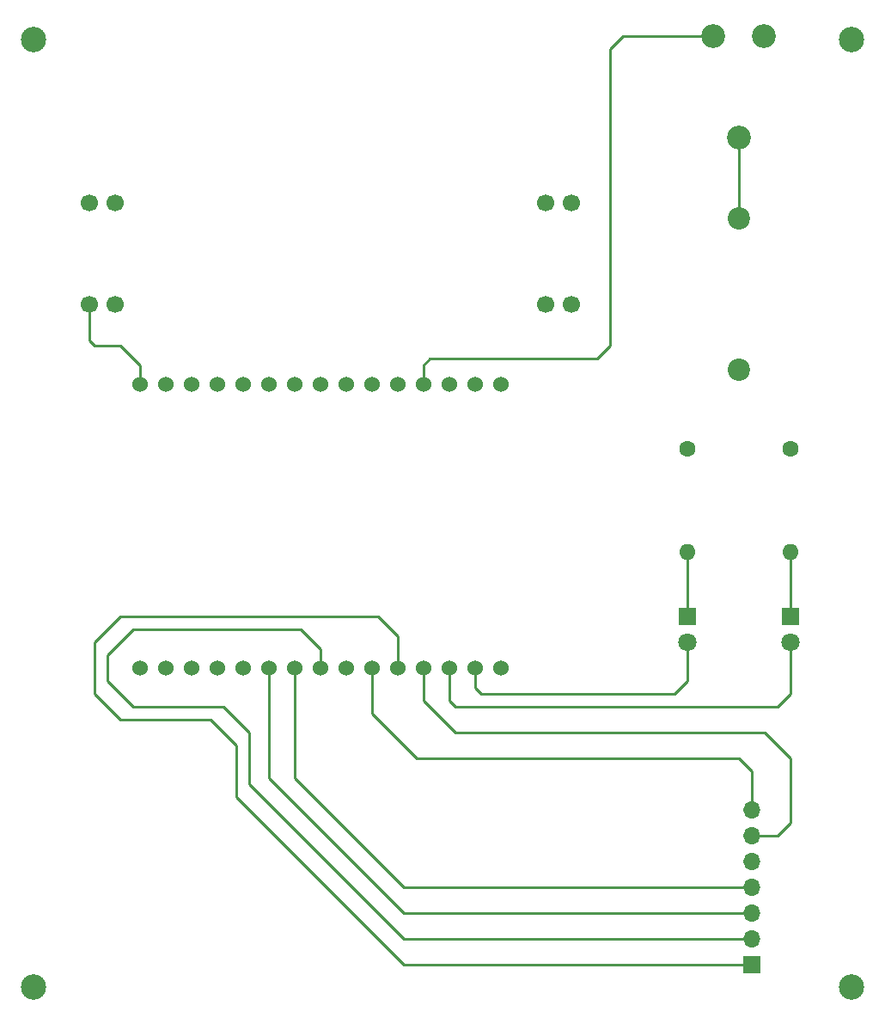
<source format=gbr>
G04 #@! TF.FileFunction,Copper,L1,Top,Signal*
%FSLAX46Y46*%
G04 Gerber Fmt 4.6, Leading zero omitted, Abs format (unit mm)*
G04 Created by KiCad (PCBNEW 4.0.7-e2-6376~58~ubuntu16.04.1) date Fri Feb  2 08:04:35 2018*
%MOMM*%
%LPD*%
G01*
G04 APERTURE LIST*
%ADD10C,0.100000*%
%ADD11C,2.200000*%
%ADD12R,1.800000X1.800000*%
%ADD13C,1.800000*%
%ADD14R,1.700000X1.700000*%
%ADD15O,1.700000X1.700000*%
%ADD16C,1.600000*%
%ADD17O,1.600000X1.600000*%
%ADD18C,1.524000*%
%ADD19C,1.700000*%
%ADD20C,2.340000*%
%ADD21C,2.500000*%
%ADD22C,0.250000*%
G04 APERTURE END LIST*
D10*
D11*
X184150000Y-78910000D03*
X184150000Y-93810000D03*
D12*
X179070000Y-118110000D03*
D13*
X179070000Y-120650000D03*
D12*
X189230000Y-118110000D03*
D13*
X189230000Y-120650000D03*
D14*
X185420000Y-152400000D03*
D15*
X185420000Y-149860000D03*
X185420000Y-147320000D03*
X185420000Y-144780000D03*
X185420000Y-142240000D03*
X185420000Y-139700000D03*
X185420000Y-137160000D03*
D16*
X179070000Y-101600000D03*
D17*
X179070000Y-111760000D03*
D16*
X189230000Y-101600000D03*
D17*
X189230000Y-111760000D03*
D18*
X160655000Y-95250000D03*
X158115000Y-95250000D03*
X155575000Y-95250000D03*
X153035000Y-95250000D03*
X150495000Y-95250000D03*
X147955000Y-95250000D03*
X145415000Y-95250000D03*
X142875000Y-95250000D03*
X140335000Y-95250000D03*
X137795000Y-95250000D03*
X135255000Y-95250000D03*
X132715000Y-95250000D03*
X130175000Y-95250000D03*
X127635000Y-95250000D03*
X125095000Y-95250000D03*
X125095000Y-123190000D03*
X127635000Y-123190000D03*
X130175000Y-123190000D03*
X132715000Y-123190000D03*
X135255000Y-123190000D03*
X137795000Y-123190000D03*
X140335000Y-123190000D03*
X142875000Y-123190000D03*
X145415000Y-123190000D03*
X147955000Y-123190000D03*
X150495000Y-123190000D03*
X153035000Y-123190000D03*
X155575000Y-123190000D03*
X158115000Y-123190000D03*
X160655000Y-123190000D03*
D19*
X165100000Y-87376000D03*
X165100000Y-77343000D03*
X167640000Y-77343000D03*
X120142000Y-87376000D03*
X122682000Y-87376000D03*
X167640000Y-87376000D03*
X122682000Y-77343000D03*
X120142000Y-77343000D03*
D20*
X186610000Y-60960000D03*
X184110000Y-70960000D03*
X181610000Y-60960000D03*
D21*
X114655600Y-61315600D03*
X114655600Y-154584400D03*
X195224400Y-154584400D03*
X195224400Y-61315600D03*
D22*
X184110000Y-70960000D02*
X184110000Y-78870000D01*
X184110000Y-78870000D02*
X184150000Y-78910000D01*
X179070000Y-118110000D02*
X179070000Y-111760000D01*
X158115000Y-123190000D02*
X158115000Y-125095000D01*
X179070000Y-124460000D02*
X179070000Y-120650000D01*
X177800000Y-125730000D02*
X179070000Y-124460000D01*
X158750000Y-125730000D02*
X177800000Y-125730000D01*
X158115000Y-125095000D02*
X158750000Y-125730000D01*
X189230000Y-118110000D02*
X189230000Y-111760000D01*
X155575000Y-123190000D02*
X155575000Y-126365000D01*
X189230000Y-125730000D02*
X189230000Y-120650000D01*
X187960000Y-127000000D02*
X189230000Y-125730000D01*
X156210000Y-127000000D02*
X187960000Y-127000000D01*
X155575000Y-126365000D02*
X156210000Y-127000000D01*
X150495000Y-123190000D02*
X150495000Y-120015000D01*
X151130000Y-152400000D02*
X185420000Y-152400000D01*
X134620000Y-135890000D02*
X151130000Y-152400000D01*
X134620000Y-130810000D02*
X134620000Y-135890000D01*
X132080000Y-128270000D02*
X134620000Y-130810000D01*
X123190000Y-128270000D02*
X132080000Y-128270000D01*
X120650000Y-125730000D02*
X123190000Y-128270000D01*
X120650000Y-120650000D02*
X120650000Y-125730000D01*
X123190000Y-118110000D02*
X120650000Y-120650000D01*
X148590000Y-118110000D02*
X123190000Y-118110000D01*
X150495000Y-120015000D02*
X148590000Y-118110000D01*
X142875000Y-123190000D02*
X142875000Y-121285000D01*
X151130000Y-149860000D02*
X185420000Y-149860000D01*
X135890000Y-134620000D02*
X151130000Y-149860000D01*
X135890000Y-129540000D02*
X135890000Y-134620000D01*
X133350000Y-127000000D02*
X135890000Y-129540000D01*
X124460000Y-127000000D02*
X133350000Y-127000000D01*
X121920000Y-124460000D02*
X124460000Y-127000000D01*
X121920000Y-121920000D02*
X121920000Y-124460000D01*
X124460000Y-119380000D02*
X121920000Y-121920000D01*
X140970000Y-119380000D02*
X124460000Y-119380000D01*
X142875000Y-121285000D02*
X140970000Y-119380000D01*
X137795000Y-123190000D02*
X137795000Y-133985000D01*
X151130000Y-147320000D02*
X185420000Y-147320000D01*
X137795000Y-133985000D02*
X151130000Y-147320000D01*
X140335000Y-123190000D02*
X140335000Y-133985000D01*
X151130000Y-144780000D02*
X185420000Y-144780000D01*
X140335000Y-133985000D02*
X151130000Y-144780000D01*
X153035000Y-123190000D02*
X153035000Y-126365000D01*
X187960000Y-139700000D02*
X185420000Y-139700000D01*
X189230000Y-138430000D02*
X187960000Y-139700000D01*
X189230000Y-132080000D02*
X189230000Y-138430000D01*
X186690000Y-129540000D02*
X189230000Y-132080000D01*
X156210000Y-129540000D02*
X186690000Y-129540000D01*
X153035000Y-126365000D02*
X156210000Y-129540000D01*
X147955000Y-123190000D02*
X147955000Y-127635000D01*
X185420000Y-133350000D02*
X185420000Y-137160000D01*
X184150000Y-132080000D02*
X185420000Y-133350000D01*
X152400000Y-132080000D02*
X184150000Y-132080000D01*
X147955000Y-127635000D02*
X152400000Y-132080000D01*
X153035000Y-95250000D02*
X153035000Y-93345000D01*
X172720000Y-60960000D02*
X181610000Y-60960000D01*
X171450000Y-62230000D02*
X172720000Y-60960000D01*
X171450000Y-91440000D02*
X171450000Y-62230000D01*
X170180000Y-92710000D02*
X171450000Y-91440000D01*
X153670000Y-92710000D02*
X170180000Y-92710000D01*
X153035000Y-93345000D02*
X153670000Y-92710000D01*
X120142000Y-87376000D02*
X120142000Y-90932000D01*
X125095000Y-93345000D02*
X125095000Y-95250000D01*
X123190000Y-91440000D02*
X125095000Y-93345000D01*
X120650000Y-91440000D02*
X123190000Y-91440000D01*
X120142000Y-90932000D02*
X120650000Y-91440000D01*
M02*

</source>
